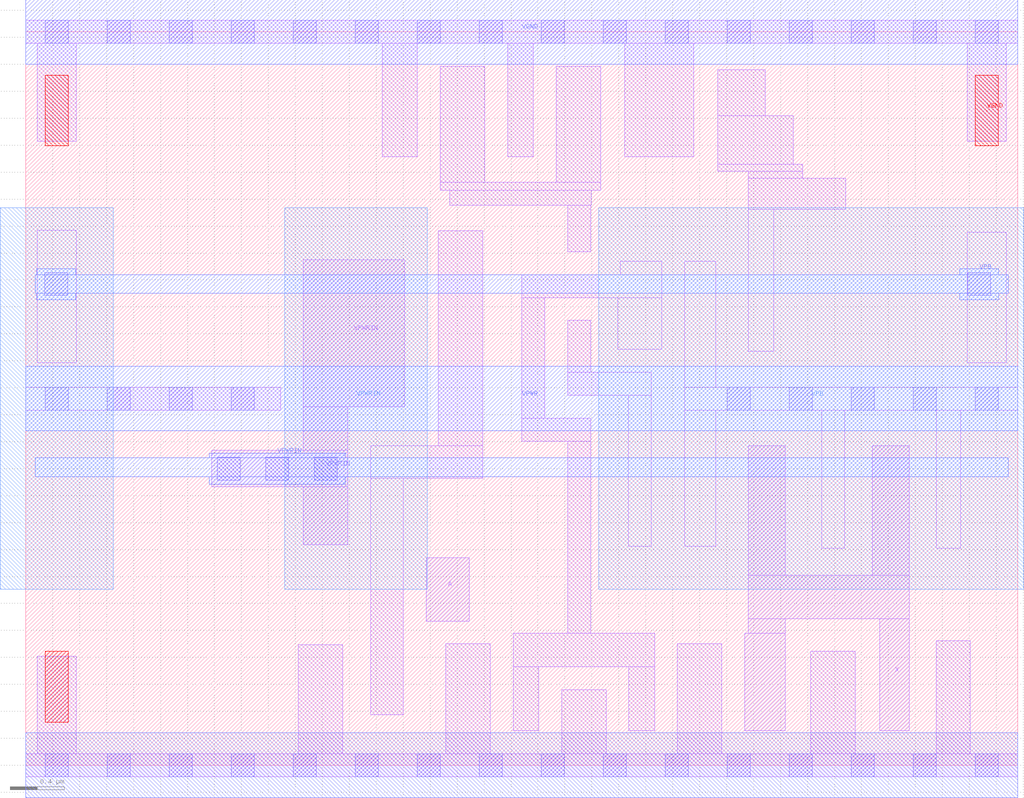
<source format=lef>
# Copyright 2020 The SkyWater PDK Authors
#
# Licensed under the Apache License, Version 2.0 (the "License");
# you may not use this file except in compliance with the License.
# You may obtain a copy of the License at
#
#     https://www.apache.org/licenses/LICENSE-2.0
#
# Unless required by applicable law or agreed to in writing, software
# distributed under the License is distributed on an "AS IS" BASIS,
# WITHOUT WARRANTIES OR CONDITIONS OF ANY KIND, either express or implied.
# See the License for the specific language governing permissions and
# limitations under the License.
#
# SPDX-License-Identifier: Apache-2.0

VERSION 5.7 ;
  NOWIREEXTENSIONATPIN ON ;
  DIVIDERCHAR "/" ;
  BUSBITCHARS "[]" ;
MACRO sky130_fd_sc_hd__lpflow_lsbuf_lh_hl_isowell_tap_4
  CLASS CORE WELLTAP ;
  FOREIGN sky130_fd_sc_hd__lpflow_lsbuf_lh_hl_isowell_tap_4 ;
  ORIGIN  0.000000  0.000000 ;
  SIZE  7.360000 BY  5.440000 ;
  SYMMETRY X Y R90 ;
  SITE unithd ;
  PIN A
    ANTENNAGATEAREA  0.603000 ;
    DIRECTION INPUT ;
    USE SIGNAL ;
    PORT
      LAYER li1 ;
        RECT 2.970000 1.070000 3.290000 1.540000 ;
    END
  END A
  PIN X
    ANTENNADIFFAREA  1.072500 ;
    DIRECTION OUTPUT ;
    USE SIGNAL ;
    PORT
      LAYER li1 ;
        RECT 5.335000 0.255000 5.635000 0.980000 ;
        RECT 5.360000 0.980000 5.635000 1.085000 ;
        RECT 5.360000 1.085000 6.555000 1.410000 ;
        RECT 5.360000 1.410000 5.635000 2.370000 ;
        RECT 6.280000 1.410000 6.555000 2.370000 ;
        RECT 6.335000 0.255000 6.555000 1.085000 ;
    END
  END X
  PIN VGND
    DIRECTION INOUT ;
    SHAPE ABUTMENT ;
    USE GROUND ;
    PORT
      LAYER met1 ;
        RECT 0.000000 5.200000 7.360000 5.680000 ;
      LAYER pwell ;
        RECT 0.145000 4.595000 0.315000 5.120000 ;
        RECT 7.045000 4.595000 7.215000 5.120000 ;
    END
  END VGND
  PIN VPB
    DIRECTION INOUT ;
    USE POWER ;
    PORT
      LAYER met1 ;
        RECT 0.070000 3.500000 7.290000 3.640000 ;
        RECT 0.080000 3.455000 0.370000 3.500000 ;
        RECT 0.080000 3.640000 0.370000 3.685000 ;
        RECT 6.930000 3.455000 7.220000 3.500000 ;
        RECT 6.930000 3.640000 7.220000 3.685000 ;
      LAYER nwell ;
        RECT -0.190000 1.305000 0.650000 4.135000 ;
        RECT  4.250000 1.305000 7.405000 4.135000 ;
    END
  END VPB
  PIN VPWR
    DIRECTION INOUT ;
    SHAPE ABUTMENT ;
    USE POWER ;
    PORT
      LAYER met1 ;
        RECT 0.000000 2.480000 7.360000 2.960000 ;
    END
  END VPWR
  PIN VPWRIN
    DIRECTION INOUT ;
    SHAPE ABUTMENT ;
    USE POWER ;
    PORT
      LAYER li1 ;
        RECT 1.380000 2.065000 2.390000 2.335000 ;
        RECT 2.060000 1.635000 2.390000 2.065000 ;
        RECT 2.060000 2.335000 2.390000 2.660000 ;
        RECT 2.060000 2.660000 2.810000 3.750000 ;
      LAYER mcon ;
        RECT 1.420000 2.115000 1.590000 2.285000 ;
        RECT 1.780000 2.115000 1.950000 2.285000 ;
        RECT 2.140000 2.115000 2.310000 2.285000 ;
    END
    PORT
      LAYER met1 ;
        RECT 0.070000 2.140000 7.290000 2.280000 ;
        RECT 1.360000 2.085000 2.370000 2.140000 ;
        RECT 1.360000 2.280000 2.370000 2.315000 ;
      LAYER nwell ;
        RECT 1.920000 1.305000 2.980000 4.135000 ;
    END
  END VPWRIN
  OBS
    LAYER li1 ;
      RECT 0.000000 -0.085000 7.360000 0.085000 ;
      RECT 0.000000  2.635000 1.890000 2.805000 ;
      RECT 0.000000  5.355000 7.360000 5.525000 ;
      RECT 0.085000  0.085000 0.375000 0.810000 ;
      RECT 0.085000  2.985000 0.375000 3.970000 ;
      RECT 0.085000  4.630000 0.375000 5.355000 ;
      RECT 2.020000  0.085000 2.350000 0.895000 ;
      RECT 2.560000  0.375000 2.800000 2.130000 ;
      RECT 2.560000  2.130000 3.390000 2.370000 ;
      RECT 2.645000  4.515000 2.905000 5.355000 ;
      RECT 3.060000  2.370000 3.390000 3.965000 ;
      RECT 3.075000  4.265000 4.265000 4.325000 ;
      RECT 3.075000  4.325000 3.405000 5.185000 ;
      RECT 3.115000  0.085000 3.445000 0.900000 ;
      RECT 3.145000  4.155000 4.195000 4.265000 ;
      RECT 3.575000  4.515000 3.765000 5.355000 ;
      RECT 3.615000  0.255000 3.805000 0.730000 ;
      RECT 3.615000  0.730000 4.665000 0.980000 ;
      RECT 3.680000  2.405000 4.190000 2.575000 ;
      RECT 3.680000  2.575000 3.850000 3.470000 ;
      RECT 3.680000  3.470000 4.720000 3.640000 ;
      RECT 3.935000  4.325000 4.265000 5.185000 ;
      RECT 3.975000  0.085000 4.305000 0.560000 ;
      RECT 4.020000  0.980000 4.190000 2.405000 ;
      RECT 4.020000  2.745000 4.640000 2.915000 ;
      RECT 4.020000  2.915000 4.190000 3.300000 ;
      RECT 4.020000  3.810000 4.190000 4.155000 ;
      RECT 4.390000  3.085000 4.720000 3.470000 ;
      RECT 4.410000  3.640000 4.720000 3.740000 ;
      RECT 4.445000  4.515000 4.955000 5.355000 ;
      RECT 4.470000  1.625000 4.640000 2.745000 ;
      RECT 4.475000  0.255000 4.665000 0.730000 ;
      RECT 4.835000  0.085000 5.165000 0.900000 ;
      RECT 4.890000  1.625000 5.120000 2.635000 ;
      RECT 4.890000  2.635000 7.360000 2.805000 ;
      RECT 4.890000  2.805000 5.120000 3.740000 ;
      RECT 5.135000  4.405000 5.765000 4.460000 ;
      RECT 5.135000  4.460000 5.695000 4.820000 ;
      RECT 5.135000  4.820000 5.485000 5.160000 ;
      RECT 5.360000  3.070000 5.550000 4.125000 ;
      RECT 5.360000  4.125000 6.085000 4.355000 ;
      RECT 5.360000  4.355000 5.765000 4.405000 ;
      RECT 5.825000  0.085000 6.155000 0.845000 ;
      RECT 5.905000  1.610000 6.075000 2.635000 ;
      RECT 6.755000  0.085000 7.005000 0.925000 ;
      RECT 6.755000  1.610000 6.935000 2.635000 ;
      RECT 6.985000  2.985000 7.275000 3.955000 ;
      RECT 6.985000  4.630000 7.275000 5.355000 ;
    LAYER mcon ;
      RECT 0.140000  3.485000 0.310000 3.655000 ;
      RECT 0.145000 -0.085000 0.315000 0.085000 ;
      RECT 0.145000  2.635000 0.315000 2.805000 ;
      RECT 0.145000  5.355000 0.315000 5.525000 ;
      RECT 0.605000 -0.085000 0.775000 0.085000 ;
      RECT 0.605000  2.635000 0.775000 2.805000 ;
      RECT 0.605000  5.355000 0.775000 5.525000 ;
      RECT 1.065000 -0.085000 1.235000 0.085000 ;
      RECT 1.065000  2.635000 1.235000 2.805000 ;
      RECT 1.065000  5.355000 1.235000 5.525000 ;
      RECT 1.525000 -0.085000 1.695000 0.085000 ;
      RECT 1.525000  2.635000 1.695000 2.805000 ;
      RECT 1.525000  5.355000 1.695000 5.525000 ;
      RECT 1.985000 -0.085000 2.155000 0.085000 ;
      RECT 1.985000  5.355000 2.155000 5.525000 ;
      RECT 2.445000 -0.085000 2.615000 0.085000 ;
      RECT 2.445000  5.355000 2.615000 5.525000 ;
      RECT 2.905000 -0.085000 3.075000 0.085000 ;
      RECT 2.905000  5.355000 3.075000 5.525000 ;
      RECT 3.365000 -0.085000 3.535000 0.085000 ;
      RECT 3.365000  5.355000 3.535000 5.525000 ;
      RECT 3.825000 -0.085000 3.995000 0.085000 ;
      RECT 3.825000  5.355000 3.995000 5.525000 ;
      RECT 4.285000 -0.085000 4.455000 0.085000 ;
      RECT 4.285000  5.355000 4.455000 5.525000 ;
      RECT 4.745000 -0.085000 4.915000 0.085000 ;
      RECT 4.745000  5.355000 4.915000 5.525000 ;
      RECT 5.205000 -0.085000 5.375000 0.085000 ;
      RECT 5.205000  2.635000 5.375000 2.805000 ;
      RECT 5.205000  5.355000 5.375000 5.525000 ;
      RECT 5.665000 -0.085000 5.835000 0.085000 ;
      RECT 5.665000  2.635000 5.835000 2.805000 ;
      RECT 5.665000  5.355000 5.835000 5.525000 ;
      RECT 6.125000 -0.085000 6.295000 0.085000 ;
      RECT 6.125000  2.635000 6.295000 2.805000 ;
      RECT 6.125000  5.355000 6.295000 5.525000 ;
      RECT 6.585000 -0.085000 6.755000 0.085000 ;
      RECT 6.585000  2.635000 6.755000 2.805000 ;
      RECT 6.585000  5.355000 6.755000 5.525000 ;
      RECT 6.990000  3.485000 7.160000 3.655000 ;
      RECT 7.045000 -0.085000 7.215000 0.085000 ;
      RECT 7.045000  2.635000 7.215000 2.805000 ;
      RECT 7.045000  5.355000 7.215000 5.525000 ;
    LAYER met1 ;
      RECT 0.000000 -0.240000 7.360000 0.240000 ;
    LAYER pwell ;
      RECT 0.145000 0.320000 0.315000 0.845000 ;
  END
END sky130_fd_sc_hd__lpflow_lsbuf_lh_hl_isowell_tap_4
END LIBRARY

</source>
